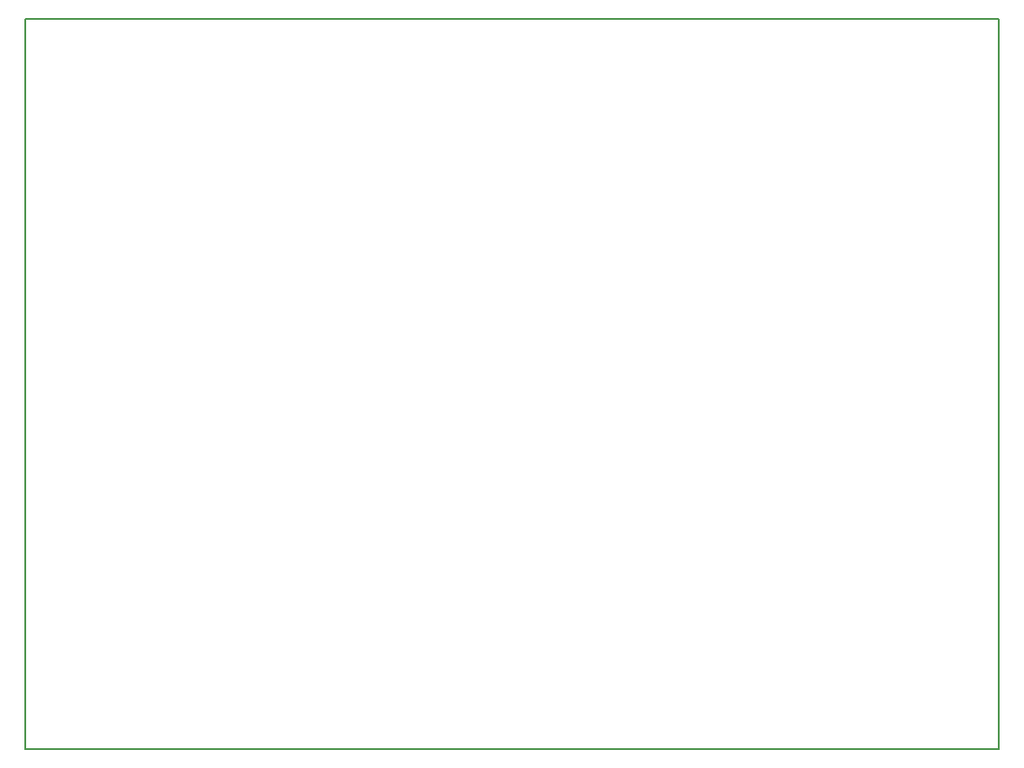
<source format=gbr>
G04 #@! TF.FileFunction,Profile,NP*
%FSLAX46Y46*%
G04 Gerber Fmt 4.6, Leading zero omitted, Abs format (unit mm)*
G04 Created by KiCad (PCBNEW 4.0.1-stable) date 2018/10/01 17:56:13*
%MOMM*%
G01*
G04 APERTURE LIST*
%ADD10C,0.100000*%
%ADD11C,0.150000*%
G04 APERTURE END LIST*
D10*
D11*
X83820000Y-86360000D02*
X83820000Y-154940000D01*
X175260000Y-154940000D02*
X83820000Y-154940000D01*
X175260000Y-86360000D02*
X175260000Y-154940000D01*
X83820000Y-86360000D02*
X175260000Y-86360000D01*
M02*

</source>
